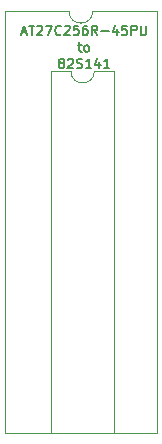
<source format=gbr>
G04 #@! TF.GenerationSoftware,KiCad,Pcbnew,(5.1.4)-1*
G04 #@! TF.CreationDate,2021-03-21T00:40:16-04:00*
G04 #@! TF.ProjectId,27c256_to_82s141,32376332-3536-45f7-946f-5f3832733134,rev?*
G04 #@! TF.SameCoordinates,Original*
G04 #@! TF.FileFunction,Legend,Top*
G04 #@! TF.FilePolarity,Positive*
%FSLAX46Y46*%
G04 Gerber Fmt 4.6, Leading zero omitted, Abs format (unit mm)*
G04 Created by KiCad (PCBNEW (5.1.4)-1) date 2021-03-21 00:40:16*
%MOMM*%
%LPD*%
G04 APERTURE LIST*
%ADD10C,0.200000*%
%ADD11C,0.120000*%
G04 APERTURE END LIST*
D10*
X113423809Y-51183333D02*
X113804761Y-51183333D01*
X113347619Y-51411904D02*
X113614285Y-50611904D01*
X113880952Y-51411904D01*
X114033333Y-50611904D02*
X114490476Y-50611904D01*
X114261904Y-51411904D02*
X114261904Y-50611904D01*
X114719047Y-50688095D02*
X114757142Y-50650000D01*
X114833333Y-50611904D01*
X115023809Y-50611904D01*
X115100000Y-50650000D01*
X115138095Y-50688095D01*
X115176190Y-50764285D01*
X115176190Y-50840476D01*
X115138095Y-50954761D01*
X114680952Y-51411904D01*
X115176190Y-51411904D01*
X115442857Y-50611904D02*
X115976190Y-50611904D01*
X115633333Y-51411904D01*
X116738095Y-51335714D02*
X116700000Y-51373809D01*
X116585714Y-51411904D01*
X116509523Y-51411904D01*
X116395238Y-51373809D01*
X116319047Y-51297619D01*
X116280952Y-51221428D01*
X116242857Y-51069047D01*
X116242857Y-50954761D01*
X116280952Y-50802380D01*
X116319047Y-50726190D01*
X116395238Y-50650000D01*
X116509523Y-50611904D01*
X116585714Y-50611904D01*
X116700000Y-50650000D01*
X116738095Y-50688095D01*
X117042857Y-50688095D02*
X117080952Y-50650000D01*
X117157142Y-50611904D01*
X117347619Y-50611904D01*
X117423809Y-50650000D01*
X117461904Y-50688095D01*
X117500000Y-50764285D01*
X117500000Y-50840476D01*
X117461904Y-50954761D01*
X117004761Y-51411904D01*
X117500000Y-51411904D01*
X118223809Y-50611904D02*
X117842857Y-50611904D01*
X117804761Y-50992857D01*
X117842857Y-50954761D01*
X117919047Y-50916666D01*
X118109523Y-50916666D01*
X118185714Y-50954761D01*
X118223809Y-50992857D01*
X118261904Y-51069047D01*
X118261904Y-51259523D01*
X118223809Y-51335714D01*
X118185714Y-51373809D01*
X118109523Y-51411904D01*
X117919047Y-51411904D01*
X117842857Y-51373809D01*
X117804761Y-51335714D01*
X118947619Y-50611904D02*
X118795238Y-50611904D01*
X118719047Y-50650000D01*
X118680952Y-50688095D01*
X118604761Y-50802380D01*
X118566666Y-50954761D01*
X118566666Y-51259523D01*
X118604761Y-51335714D01*
X118642857Y-51373809D01*
X118719047Y-51411904D01*
X118871428Y-51411904D01*
X118947619Y-51373809D01*
X118985714Y-51335714D01*
X119023809Y-51259523D01*
X119023809Y-51069047D01*
X118985714Y-50992857D01*
X118947619Y-50954761D01*
X118871428Y-50916666D01*
X118719047Y-50916666D01*
X118642857Y-50954761D01*
X118604761Y-50992857D01*
X118566666Y-51069047D01*
X119823809Y-51411904D02*
X119557142Y-51030952D01*
X119366666Y-51411904D02*
X119366666Y-50611904D01*
X119671428Y-50611904D01*
X119747619Y-50650000D01*
X119785714Y-50688095D01*
X119823809Y-50764285D01*
X119823809Y-50878571D01*
X119785714Y-50954761D01*
X119747619Y-50992857D01*
X119671428Y-51030952D01*
X119366666Y-51030952D01*
X120166666Y-51107142D02*
X120776190Y-51107142D01*
X121500000Y-50878571D02*
X121500000Y-51411904D01*
X121309523Y-50573809D02*
X121119047Y-51145238D01*
X121614285Y-51145238D01*
X122300000Y-50611904D02*
X121919047Y-50611904D01*
X121880952Y-50992857D01*
X121919047Y-50954761D01*
X121995238Y-50916666D01*
X122185714Y-50916666D01*
X122261904Y-50954761D01*
X122300000Y-50992857D01*
X122338095Y-51069047D01*
X122338095Y-51259523D01*
X122300000Y-51335714D01*
X122261904Y-51373809D01*
X122185714Y-51411904D01*
X121995238Y-51411904D01*
X121919047Y-51373809D01*
X121880952Y-51335714D01*
X122680952Y-51411904D02*
X122680952Y-50611904D01*
X122985714Y-50611904D01*
X123061904Y-50650000D01*
X123100000Y-50688095D01*
X123138095Y-50764285D01*
X123138095Y-50878571D01*
X123100000Y-50954761D01*
X123061904Y-50992857D01*
X122985714Y-51030952D01*
X122680952Y-51030952D01*
X123480952Y-50611904D02*
X123480952Y-51259523D01*
X123519047Y-51335714D01*
X123557142Y-51373809D01*
X123633333Y-51411904D01*
X123785714Y-51411904D01*
X123861904Y-51373809D01*
X123900000Y-51335714D01*
X123938095Y-51259523D01*
X123938095Y-50611904D01*
X118185714Y-52278571D02*
X118490476Y-52278571D01*
X118300000Y-52011904D02*
X118300000Y-52697619D01*
X118338095Y-52773809D01*
X118414285Y-52811904D01*
X118490476Y-52811904D01*
X118871428Y-52811904D02*
X118795238Y-52773809D01*
X118757142Y-52735714D01*
X118719047Y-52659523D01*
X118719047Y-52430952D01*
X118757142Y-52354761D01*
X118795238Y-52316666D01*
X118871428Y-52278571D01*
X118985714Y-52278571D01*
X119061904Y-52316666D01*
X119100000Y-52354761D01*
X119138095Y-52430952D01*
X119138095Y-52659523D01*
X119100000Y-52735714D01*
X119061904Y-52773809D01*
X118985714Y-52811904D01*
X118871428Y-52811904D01*
X116719047Y-53754761D02*
X116642857Y-53716666D01*
X116604761Y-53678571D01*
X116566666Y-53602380D01*
X116566666Y-53564285D01*
X116604761Y-53488095D01*
X116642857Y-53450000D01*
X116719047Y-53411904D01*
X116871428Y-53411904D01*
X116947619Y-53450000D01*
X116985714Y-53488095D01*
X117023809Y-53564285D01*
X117023809Y-53602380D01*
X116985714Y-53678571D01*
X116947619Y-53716666D01*
X116871428Y-53754761D01*
X116719047Y-53754761D01*
X116642857Y-53792857D01*
X116604761Y-53830952D01*
X116566666Y-53907142D01*
X116566666Y-54059523D01*
X116604761Y-54135714D01*
X116642857Y-54173809D01*
X116719047Y-54211904D01*
X116871428Y-54211904D01*
X116947619Y-54173809D01*
X116985714Y-54135714D01*
X117023809Y-54059523D01*
X117023809Y-53907142D01*
X116985714Y-53830952D01*
X116947619Y-53792857D01*
X116871428Y-53754761D01*
X117328571Y-53488095D02*
X117366666Y-53450000D01*
X117442857Y-53411904D01*
X117633333Y-53411904D01*
X117709523Y-53450000D01*
X117747619Y-53488095D01*
X117785714Y-53564285D01*
X117785714Y-53640476D01*
X117747619Y-53754761D01*
X117290476Y-54211904D01*
X117785714Y-54211904D01*
X118090476Y-54173809D02*
X118204761Y-54211904D01*
X118395238Y-54211904D01*
X118471428Y-54173809D01*
X118509523Y-54135714D01*
X118547619Y-54059523D01*
X118547619Y-53983333D01*
X118509523Y-53907142D01*
X118471428Y-53869047D01*
X118395238Y-53830952D01*
X118242857Y-53792857D01*
X118166666Y-53754761D01*
X118128571Y-53716666D01*
X118090476Y-53640476D01*
X118090476Y-53564285D01*
X118128571Y-53488095D01*
X118166666Y-53450000D01*
X118242857Y-53411904D01*
X118433333Y-53411904D01*
X118547619Y-53450000D01*
X119309523Y-54211904D02*
X118852380Y-54211904D01*
X119080952Y-54211904D02*
X119080952Y-53411904D01*
X119004761Y-53526190D01*
X118928571Y-53602380D01*
X118852380Y-53640476D01*
X119995238Y-53678571D02*
X119995238Y-54211904D01*
X119804761Y-53373809D02*
X119614285Y-53945238D01*
X120109523Y-53945238D01*
X120833333Y-54211904D02*
X120376190Y-54211904D01*
X120604761Y-54211904D02*
X120604761Y-53411904D01*
X120528571Y-53526190D01*
X120452380Y-53602380D01*
X120376190Y-53640476D01*
D11*
X121220000Y-54470000D02*
X119570000Y-54470000D01*
X121220000Y-85070000D02*
X121220000Y-54470000D01*
X115920000Y-85070000D02*
X121220000Y-85070000D01*
X115920000Y-54470000D02*
X115920000Y-85070000D01*
X117570000Y-54470000D02*
X115920000Y-54470000D01*
X119570000Y-54470000D02*
G75*
G02X117570000Y-54470000I-1000000J0D01*
G01*
X124885001Y-49405001D02*
X119425001Y-49405001D01*
X124885001Y-85085001D02*
X124885001Y-49405001D01*
X111965001Y-85085001D02*
X124885001Y-85085001D01*
X111965001Y-49405001D02*
X111965001Y-85085001D01*
X117425001Y-49405001D02*
X111965001Y-49405001D01*
X119425001Y-49405001D02*
G75*
G02X117425001Y-49405001I-1000000J0D01*
G01*
M02*

</source>
